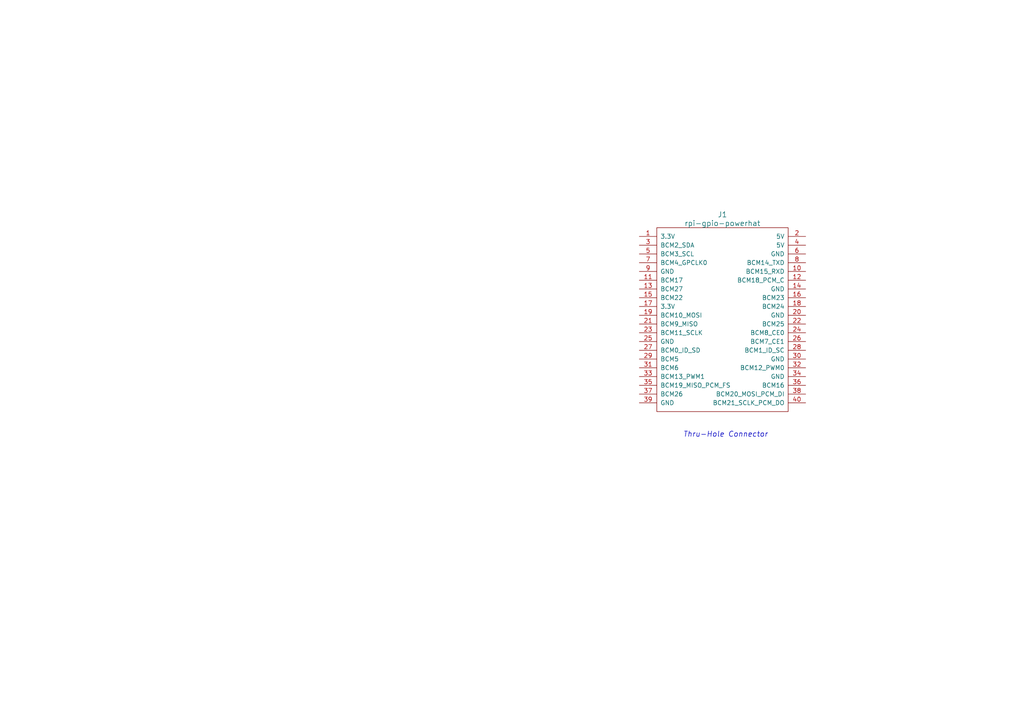
<source format=kicad_sch>
(kicad_sch (version 20230121) (generator eeschema)
  (paper "A4")
  (lib_symbols
    (symbol "rpi-powerhat:rpi-gpio-powerhat" (pin_names (offset 1.016))
      (property "Reference" "J" (at 19.05 6.35 0))
      (property "Value" "rpi-gpio-powerhat" (at 19.05 3.81 0))
      (symbol "rpi-gpio-powerhat_0_1"
        (rectangle (start 0 2.54) (end 38.1 -50.8))
      )
      (symbol "rpi-gpio-powerhat_1_1"
        (pin power_in line (at -5.08 0 0) (length 5.08) (name "3.3V") (number "1"))
        (pin bidirectional line (at 43.18 -10.16 180) (length 5.08) (name "BCM15_RXD") (number "10"))
        (pin bidirectional line (at -5.08 -12.7 0) (length 5.08) (name "BCM17") (number "11"))
        (pin bidirectional line (at 43.18 -12.7 180) (length 5.08) (name "BCM18_PCM_C") (number "12"))
        (pin bidirectional line (at -5.08 -15.24 0) (length 5.08) (name "BCM27") (number "13"))
        (pin power_in line (at 43.18 -15.24 180) (length 5.08) (name "GND") (number "14"))
        (pin bidirectional line (at -5.08 -17.78 0) (length 5.08) (name "BCM22") (number "15"))
        (pin bidirectional line (at 43.18 -17.78 180) (length 5.08) (name "BCM23") (number "16"))
        (pin power_in line (at -5.08 -20.32 0) (length 5.08) (name "3.3V") (number "17"))
        (pin bidirectional line (at 43.18 -20.32 180) (length 5.08) (name "BCM24") (number "18"))
        (pin bidirectional line (at -5.08 -22.86 0) (length 5.08) (name "BCM10_MOSI") (number "19"))
        (pin power_in line (at 43.18 0 180) (length 5.08) (name "5V") (number "2"))
        (pin power_in line (at 43.18 -22.86 180) (length 5.08) (name "GND") (number "20"))
        (pin bidirectional line (at -5.08 -25.4 0) (length 5.08) (name "BCM9_MISO") (number "21"))
        (pin bidirectional line (at 43.18 -25.4 180) (length 5.08) (name "BCM25") (number "22"))
        (pin bidirectional line (at -5.08 -27.94 0) (length 5.08) (name "BCM11_SCLK") (number "23"))
        (pin bidirectional line (at 43.18 -27.94 180) (length 5.08) (name "BCM8_CE0") (number "24"))
        (pin power_in line (at -5.08 -30.48 0) (length 5.08) (name "GND") (number "25"))
        (pin bidirectional line (at 43.18 -30.48 180) (length 5.08) (name "BCM7_CE1") (number "26"))
        (pin bidirectional line (at -5.08 -33.02 0) (length 5.08) (name "BCM0_ID_SD") (number "27"))
        (pin bidirectional line (at 43.18 -33.02 180) (length 5.08) (name "BCM1_ID_SC") (number "28"))
        (pin bidirectional line (at -5.08 -35.56 0) (length 5.08) (name "BCM5") (number "29"))
        (pin bidirectional line (at -5.08 -2.54 0) (length 5.08) (name "BCM2_SDA") (number "3"))
        (pin power_in line (at 43.18 -35.56 180) (length 5.08) (name "GND") (number "30"))
        (pin bidirectional line (at -5.08 -38.1 0) (length 5.08) (name "BCM6") (number "31"))
        (pin bidirectional line (at 43.18 -38.1 180) (length 5.08) (name "BCM12_PWM0") (number "32"))
        (pin bidirectional line (at -5.08 -40.64 0) (length 5.08) (name "BCM13_PWM1") (number "33"))
        (pin power_in line (at 43.18 -40.64 180) (length 5.08) (name "GND") (number "34"))
        (pin bidirectional line (at -5.08 -43.18 0) (length 5.08) (name "BCM19_MISO_PCM_FS") (number "35"))
        (pin bidirectional line (at 43.18 -43.18 180) (length 5.08) (name "BCM16") (number "36"))
        (pin bidirectional line (at -5.08 -45.72 0) (length 5.08) (name "BCM26") (number "37"))
        (pin bidirectional line (at 43.18 -45.72 180) (length 5.08) (name "BCM20_MOSI_PCM_DI") (number "38"))
        (pin power_in line (at -5.08 -48.26 0) (length 5.08) (name "GND") (number "39"))
        (pin power_in line (at 43.18 -2.54 180) (length 5.08) (name "5V") (number "4"))
        (pin bidirectional line (at 43.18 -48.26 180) (length 5.08) (name "BCM21_SCLK_PCM_DO") (number "40"))
        (pin bidirectional line (at -5.08 -5.08 0) (length 5.08) (name "BCM3_SCL") (number "5"))
        (pin power_in line (at 43.18 -5.08 180) (length 5.08) (name "GND") (number "6"))
        (pin bidirectional line (at -5.08 -7.62 0) (length 5.08) (name "BCM4_GPCLK0") (number "7"))
        (pin bidirectional line (at 43.18 -7.62 180) (length 5.08) (name "BCM14_TXD") (number "8"))
        (pin power_in line (at -5.08 -10.16 0) (length 5.08) (name "GND") (number "9"))
      )
    )
  )
  (text "Thru-Hole Connector" (at 198.12 127 0) (effects (font (size 1.524 1.524) italic) (justify left bottom)))
  (symbol (lib_id "rpi-powerhat:rpi-gpio-powerhat") (at 190.5 68.58 0) (unit 1)
    (property "Reference" "J1" (at 209.55 62.23 0) (effects (font (size 1.524 1.524))))
    (property "Value" "rpi-gpio-powerhat" (at 209.55 64.77 0) (effects (font (size 1.524 1.524))))
    (property "Footprint" "rpi-powerhat:Pin_Header_Straight_2x20" (effects hide))
    (instances (project "rpi-powerhat" (path "" (reference "J1") (unit 1)) (path "" (reference "J2") (unit 1))))
  )
)
</source>
